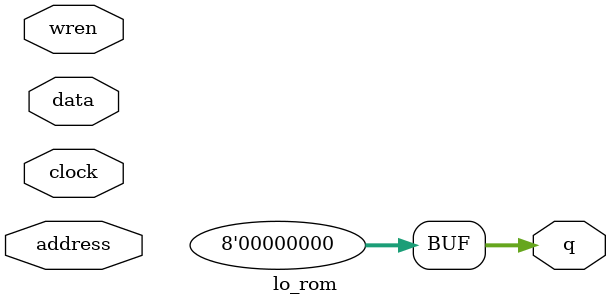
<source format=v>
module lo_rom(	// file.cleaned.mlir:2:3
  input  [15:0] address,	// file.cleaned.mlir:2:24
  input         clock,	// file.cleaned.mlir:2:43
  input  [7:0]  data,	// file.cleaned.mlir:2:59
  input         wren,	// file.cleaned.mlir:2:74
  output [7:0]  q	// file.cleaned.mlir:2:90
);

  assign q = 8'h0;	// file.cleaned.mlir:3:14, :4:5
endmodule


</source>
